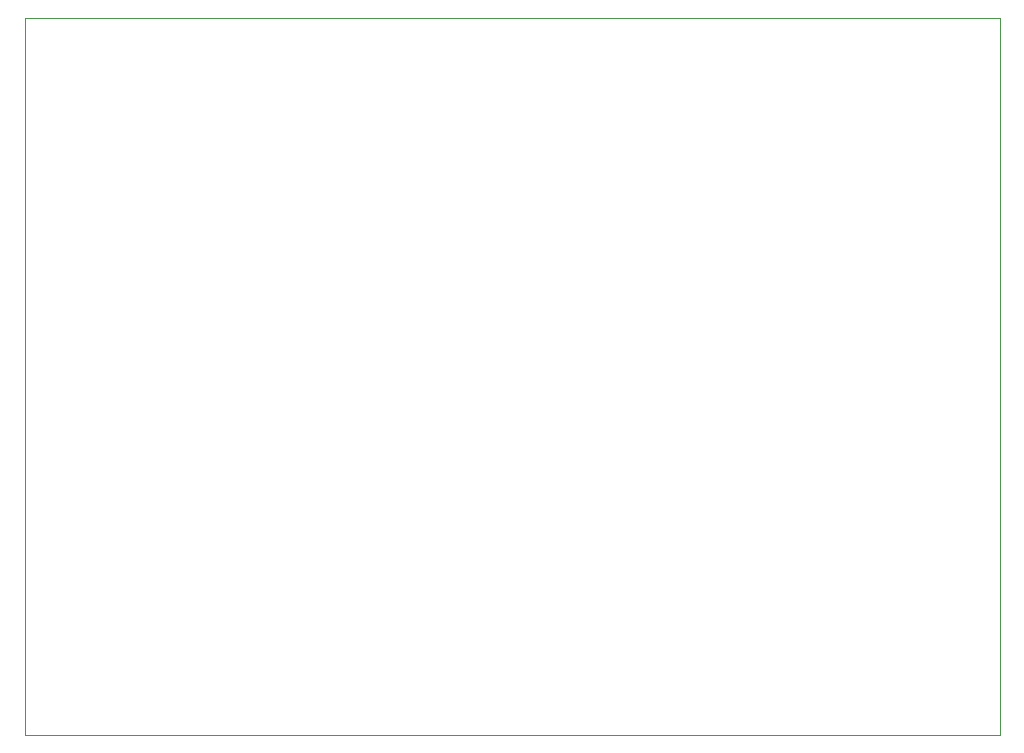
<source format=gbr>
G04 #@! TF.GenerationSoftware,KiCad,Pcbnew,(5.1.5)-3*
G04 #@! TF.CreationDate,2021-02-14T15:22:36-08:00*
G04 #@! TF.ProjectId,tree,74726565-2e6b-4696-9361-645f70636258,rev?*
G04 #@! TF.SameCoordinates,Original*
G04 #@! TF.FileFunction,Profile,NP*
%FSLAX46Y46*%
G04 Gerber Fmt 4.6, Leading zero omitted, Abs format (unit mm)*
G04 Created by KiCad (PCBNEW (5.1.5)-3) date 2021-02-14 15:22:36*
%MOMM*%
%LPD*%
G04 APERTURE LIST*
%ADD10C,0.050000*%
G04 APERTURE END LIST*
D10*
X150925000Y-129875000D02*
X150925000Y-69175000D01*
X233475000Y-129875000D02*
X150925000Y-129875000D01*
X233475000Y-69175000D02*
X233475000Y-129875000D01*
X150925000Y-69175000D02*
X233475000Y-69175000D01*
M02*

</source>
